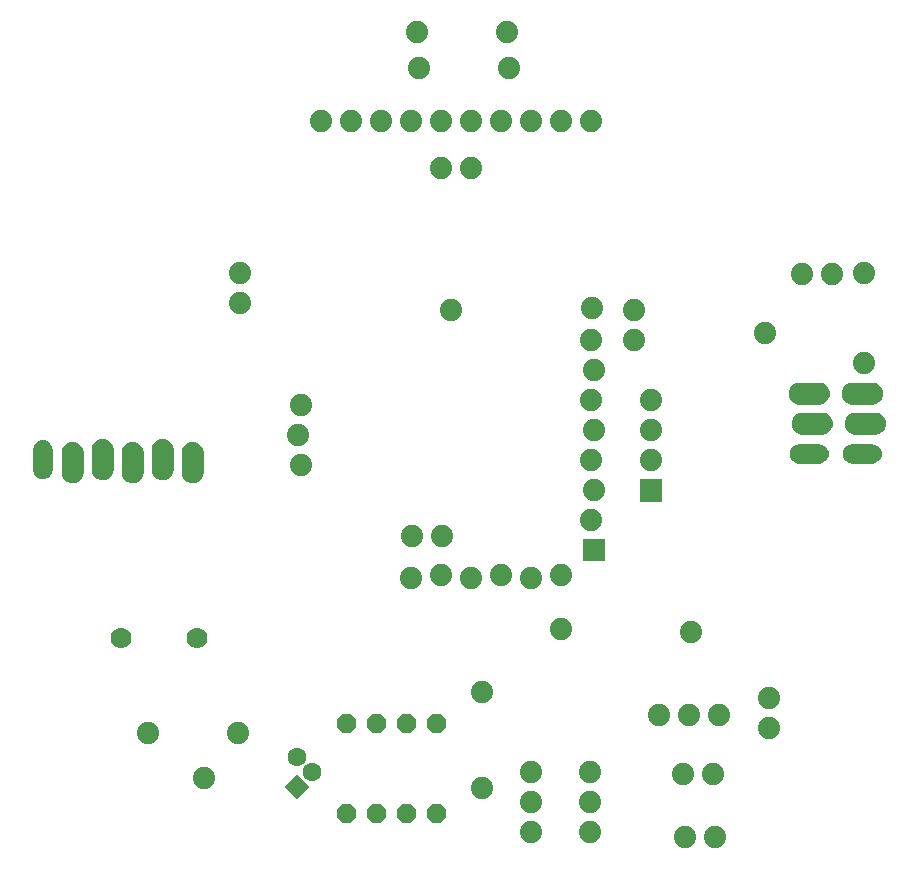
<source format=gbr>
G04 DipTrace 2.4.0.2*
%INBottomMask.gbr*%
%MOMM*%
%ADD18C,1.88*%
%ADD19C,1.778*%
%ADD28C,1.604*%
%FSLAX53Y53*%
G04*
G71*
G90*
G75*
G01*
%LNBotMask*%
%LPD*%
D28*
X26530Y12889D3*
X27800Y11619D3*
G36*
X27575Y10349D2*
X26530Y9305D1*
X25486Y10349D1*
X26530Y11394D1*
X27575Y10349D1*
G37*
G36*
X37512Y7776D2*
X37980Y7309D1*
X38641D1*
X39108Y7776D1*
Y8437D1*
X38641Y8905D1*
X37980D1*
X37512Y8437D1*
Y7776D1*
G37*
G36*
X34972D2*
X35440Y7309D1*
X36101D1*
X36568Y7776D1*
Y8437D1*
X36101Y8905D1*
X35440D1*
X34972Y8437D1*
Y7776D1*
G37*
G36*
X32432D2*
X32899Y7309D1*
X33560D1*
X34028Y7776D1*
Y8437D1*
X33560Y8905D1*
X32899D1*
X32432Y8437D1*
Y7776D1*
G37*
G36*
X29892D2*
X30359Y7309D1*
X31020D1*
X31488Y7776D1*
Y8437D1*
X31020Y8905D1*
X30359D1*
X29892Y8437D1*
Y7776D1*
G37*
G36*
Y15396D2*
X30359Y14929D1*
X31020D1*
X31488Y15396D1*
Y16057D1*
X31020Y16525D1*
X30359D1*
X29892Y16057D1*
Y15396D1*
G37*
G36*
X32432D2*
X32899Y14929D1*
X33560D1*
X34028Y15396D1*
Y16057D1*
X33560Y16525D1*
X32899D1*
X32432Y16057D1*
Y15396D1*
G37*
G36*
X34972D2*
X35440Y14929D1*
X36101D1*
X36568Y15396D1*
Y16057D1*
X36101Y16525D1*
X35440D1*
X34972Y16057D1*
Y15396D1*
G37*
G36*
X37512D2*
X37980Y14929D1*
X38641D1*
X39108Y15396D1*
Y16057D1*
X38641Y16525D1*
X37980D1*
X37512Y16057D1*
Y15396D1*
G37*
D18*
X26815Y37627D3*
X26561Y40167D3*
X26815Y42707D3*
X13857Y14917D3*
X21477D3*
X59230Y11417D3*
X61770D3*
G36*
X50708Y29461D2*
X52588D1*
Y31341D1*
X50708D1*
Y29461D1*
G37*
D18*
X51394Y32941D3*
X51648Y35481D3*
X51394Y38021D3*
X51648Y40561D3*
X51394Y43101D3*
X51648Y45641D3*
X51394Y48181D3*
X61937Y6083D3*
X59397D3*
X66500Y15313D3*
Y17853D3*
X57127Y16417D3*
X59667D3*
X62207D3*
X46333Y6543D3*
Y9083D3*
Y11623D3*
X51333Y6543D3*
Y9083D3*
Y11623D3*
G36*
X73546Y37715D2*
X73262Y37765D1*
X73013Y37909D1*
X72828Y38129D1*
X72730Y38399D1*
X72729Y38686D1*
X72828Y38957D1*
X73012Y39177D1*
X73261Y39321D1*
X73544Y39371D1*
X75200D1*
X75484Y39322D1*
X75733Y39178D1*
X75918Y38958D1*
X76016Y38688D1*
X76017Y38400D1*
X75918Y38130D1*
X75734Y37909D1*
X75485Y37765D1*
X75202Y37715D1*
X73546D1*
G37*
G36*
X73791Y40153D2*
X73481Y40208D1*
X73201Y40369D1*
X72993Y40617D1*
X72882Y40921D1*
X72881Y41244D1*
X72992Y41548D1*
X73200Y41796D1*
X73480Y41958D1*
X73789Y42013D1*
X75463D1*
X75773Y41959D1*
X76053Y41797D1*
X76261Y41550D1*
X76372Y41246D1*
X76373Y40922D1*
X76262Y40618D1*
X76054Y40370D1*
X75774Y40208D1*
X75465Y40153D1*
X73791D1*
G37*
G36*
X73537Y42693D2*
X73227Y42748D1*
X72947Y42909D1*
X72739Y43157D1*
X72628Y43461D1*
X72627Y43784D1*
X72738Y44088D1*
X72946Y44336D1*
X73226Y44498D1*
X73535Y44553D1*
X75209D1*
X75519Y44499D1*
X75799Y44337D1*
X76007Y44090D1*
X76118Y43786D1*
X76119Y43462D1*
X76008Y43158D1*
X75800Y42910D1*
X75520Y42748D1*
X75211Y42693D1*
X73537D1*
G37*
G36*
X69046Y37715D2*
X68762Y37765D1*
X68513Y37909D1*
X68328Y38129D1*
X68230Y38399D1*
X68229Y38686D1*
X68328Y38957D1*
X68512Y39177D1*
X68761Y39321D1*
X69044Y39371D1*
X70700D1*
X70984Y39322D1*
X71233Y39178D1*
X71418Y38958D1*
X71516Y38688D1*
X71517Y38400D1*
X71418Y38130D1*
X71234Y37909D1*
X70985Y37765D1*
X70702Y37715D1*
X69046D1*
G37*
G36*
X69291Y40153D2*
X68981Y40208D1*
X68701Y40369D1*
X68493Y40617D1*
X68382Y40921D1*
X68381Y41244D1*
X68492Y41548D1*
X68700Y41796D1*
X68980Y41958D1*
X69289Y42013D1*
X70963D1*
X71273Y41959D1*
X71553Y41797D1*
X71761Y41550D1*
X71872Y41246D1*
X71873Y40922D1*
X71762Y40618D1*
X71554Y40370D1*
X71274Y40208D1*
X70965Y40153D1*
X69291D1*
G37*
G36*
X69037Y42693D2*
X68727Y42748D1*
X68447Y42909D1*
X68239Y43157D1*
X68128Y43461D1*
X68127Y43784D1*
X68238Y44088D1*
X68446Y44336D1*
X68726Y44498D1*
X69035Y44553D1*
X70709D1*
X71019Y44499D1*
X71299Y44337D1*
X71507Y44090D1*
X71618Y43786D1*
X71619Y43462D1*
X71508Y43158D1*
X71300Y42910D1*
X71020Y42748D1*
X70711Y42693D1*
X69037D1*
G37*
D18*
X51513Y50867D3*
X39542Y50687D3*
X48892Y28315D3*
X46352Y28061D3*
X43812Y28315D3*
X41272Y28061D3*
X38732Y28315D3*
X36192Y28061D3*
X71770Y53750D3*
X69230D3*
X74500Y46273D3*
Y53893D3*
G36*
X4155Y38871D2*
X4205Y39154D1*
X4349Y39403D1*
X4569Y39588D1*
X4839Y39687D1*
X5126D1*
X5397Y39589D1*
X5617Y39405D1*
X5761Y39156D1*
X5811Y38872D1*
Y37216D1*
X5762Y36933D1*
X5618Y36684D1*
X5398Y36499D1*
X5128Y36400D1*
X4840D1*
X4570Y36498D1*
X4349Y36683D1*
X4205Y36932D1*
X4155Y37215D1*
Y38871D1*
G37*
G36*
X6593Y38626D2*
X6648Y38936D1*
X6809Y39216D1*
X7057Y39424D1*
X7361Y39535D1*
X7684D1*
X7988Y39425D1*
X8236Y39217D1*
X8398Y38937D1*
X8453Y38627D1*
Y36953D1*
X8399Y36644D1*
X8237Y36363D1*
X7990Y36155D1*
X7686Y36044D1*
X7362D1*
X7058Y36154D1*
X6810Y36362D1*
X6648Y36642D1*
X6593Y36952D1*
Y38626D1*
G37*
G36*
X9133Y38880D2*
X9188Y39190D1*
X9349Y39470D1*
X9597Y39678D1*
X9901Y39789D1*
X10224D1*
X10528Y39679D1*
X10776Y39471D1*
X10938Y39191D1*
X10993Y38881D1*
Y37207D1*
X10939Y36898D1*
X10777Y36617D1*
X10530Y36409D1*
X10226Y36298D1*
X9902D1*
X9598Y36408D1*
X9350Y36616D1*
X9188Y36896D1*
X9133Y37206D1*
Y38880D1*
G37*
G36*
X11673Y38626D2*
X11728Y38936D1*
X11889Y39216D1*
X12137Y39424D1*
X12441Y39535D1*
X12764D1*
X13068Y39425D1*
X13316Y39217D1*
X13478Y38937D1*
X13533Y38627D1*
Y36953D1*
X13479Y36644D1*
X13317Y36363D1*
X13070Y36155D1*
X12766Y36044D1*
X12442D1*
X12138Y36154D1*
X11890Y36362D1*
X11728Y36642D1*
X11673Y36952D1*
Y38626D1*
G37*
G36*
X14213Y38880D2*
X14268Y39190D1*
X14429Y39470D1*
X14677Y39678D1*
X14981Y39789D1*
X15304D1*
X15608Y39679D1*
X15856Y39471D1*
X16018Y39191D1*
X16073Y38881D1*
Y37207D1*
X16019Y36898D1*
X15857Y36617D1*
X15610Y36409D1*
X15306Y36298D1*
X14982D1*
X14678Y36408D1*
X14430Y36616D1*
X14268Y36896D1*
X14213Y37206D1*
Y38880D1*
G37*
G36*
X16753Y38626D2*
X16808Y38936D1*
X16969Y39216D1*
X17217Y39424D1*
X17521Y39535D1*
X17844D1*
X18148Y39425D1*
X18396Y39217D1*
X18558Y38937D1*
X18613Y38627D1*
Y36953D1*
X18559Y36644D1*
X18397Y36363D1*
X18150Y36155D1*
X17846Y36044D1*
X17522D1*
X17218Y36154D1*
X16970Y36362D1*
X16808Y36642D1*
X16753Y36952D1*
Y38626D1*
G37*
D18*
X44310Y74250D3*
X36690D3*
X44477Y71250D3*
X36857D3*
D19*
X11583Y22917D3*
X18083D3*
D18*
X28570Y66750D3*
X31110D3*
X33650D3*
X36190D3*
X38730D3*
X41270D3*
X43810D3*
X46350D3*
X48890D3*
X51430D3*
X21667Y51313D3*
Y53853D3*
X36230Y31583D3*
X38770D3*
X38730Y62750D3*
X41270D3*
X59833Y23417D3*
X48833Y23750D3*
G36*
X57440Y34500D2*
X55560D1*
Y36380D1*
X57440D1*
Y34500D1*
G37*
D18*
X56500Y37980D3*
Y40520D3*
Y43060D3*
X42167Y18417D3*
Y10250D3*
X18667Y11083D3*
X55000Y48147D3*
Y50687D3*
X66167Y48750D3*
M02*

</source>
